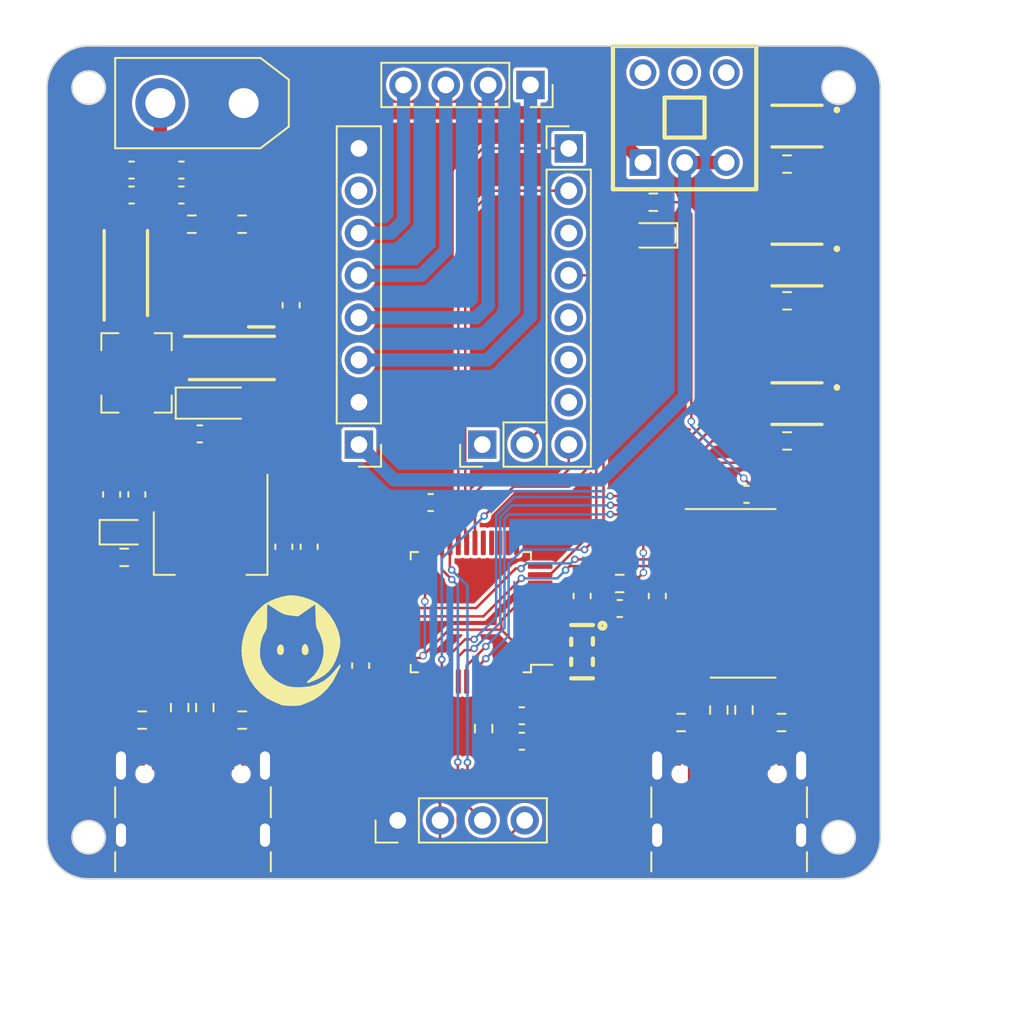
<source format=kicad_pcb>
(kicad_pcb (version 20221018) (generator pcbnew)
  (layers (0 "F.Cu" signal) (31 "B.Cu" signal) (34 "B.Paste" user) (35 "F.Paste" user) (36 "B.SilkS" user "B.Silkscreen") (37 "F.SilkS" user "F.Silkscreen") (38 "B.Mask" user) (39 "F.Mask" user) (44 "Edge.Cuts" user))
  (net 0 "")
  (net 1 "+3.3V")
  (net 2 "GND")
  (net 3 "Net-(U1-NRST)")
  (net 4 "Net-(IC1-BOOT)")
  (net 5 "VCC")
  (net 6 "+5V")
  (net 7 "/LED")
  (net 8 "Net-(D4-A)")
  (net 11 "Net-(IC1-VSENSE)")
  (net 13 "/OA2")
  (net 14 "/OA1")
  (net 15 "/OB1")
  (net 16 "/OB2")
  (net 17 "/Driver_DIR")
  (net 18 "/Driver_STP")
  (net 19 "/USART2_TX")
  (net 21 "/Driver_EN")
  (net 22 "/Driver_Diag")
  (net 23 "/OLED_SCL")
  (net 24 "/OLED_SDA")
  (net 25 "Net-(U1-PD1)")
  (net 26 "Net-(U1-PD0)")
  (net 27 "Net-(U1-BOOT0)")
  (net 28 "/KEY_1")
  (net 29 "/KEY_2")
  (net 30 "/KEY_3")
  (net 35 "/USART2_RX")
  (net 46 "/USART1_TX")
  (net 47 "/USART1_RX")
  (net 48 "/USB1_DN")
  (net 49 "/USB1_DP")
  (net 55 "Net-(U2-V3)")
  (net 56 "Net-(D2-K)")
  (net 57 "Net-(D1-A)")
  (net 63 "Net-(J5-CC1)")
  (net 64 "Net-(J5-D+-PadA6)")
  (net 65 "Net-(J5-D--PadA7)")
  (net 67 "Net-(J5-CC2)")
  (net 69 "Net-(J6-CC1)")
  (net 70 "Net-(J6-D+-PadA6)")
  (net 71 "Net-(J6-D--PadA7)")
  (net 73 "Net-(J6-CC2)")
  (net 75 "/USB_UART_DN")
  (net 76 "/USB_UART_DP")
  (net 86 "Net-(D3-K)")
  (footprint "Connector_USB:USB_C_Receptacle_GCT_USB4105-xx-A_16P_TopMnt_Horizontal" (layer "F.Cu") (at 84.6 85.75)
    (fp_text reference "J6" hide)
    (fp_text value "USB_C_Receptacle" hide)
  )
  (footprint "Package_QFP:LQFP-48_7x7mm_P0.5mm" (layer "F.Cu") (at 101.27 73.44 180)
    (fp_text reference "U1" hide)
    (fp_text value "STM32F103C8Tx" hide)
  )
  (footprint "Inductor_SMD:L_Bourns-SRN4018" (layer "F.Cu") (at 81.212 59.075 -90)
    (fp_text reference "L1" hide)
    (fp_text value "15uH" hide)
  )
  (footprint "Resistor_SMD:R_0603_1608Metric" (layer "F.Cu") (at 120.245 54.75 180)
    (fp_text reference "R6" hide)
    (fp_text value "10K" hide)
  )
  (footprint "Capacitor_SMD:C_0603_1608Metric" (layer "F.Cu") (at 80.915 46.9 180)
    (fp_text reference "C11" hide)
    (fp_text value "4.7uF" hide)
  )
  (footprint "Capacitor_Tantalum_SMD:CP_EIA-3216-10_Kemet-I" (layer "F.Cu") (at 85.875 60.89)
    (fp_text reference "C12" hide)
    (fp_text value "470uF" hide)
  )
  (footprint "Capacitor_SMD:C_0603_1608Metric" (layer "F.Cu") (at 90.49 55.015 90)
    (fp_text reference "C9" hide)
    (fp_text value "0.1uF" hide)
  )
  (footprint "SamacSys_Parts:DIOM5126X245N" (layer "F.Cu") (at 86.93 58.18)
    (fp_text reference "D2" hide)
    (fp_text value "SS54" hide)
  )
  (footprint "SamacSys_Parts:SOIC127P600X170-9N" (layer "F.Cu") (at 85.982 53.735 180)
    (fp_text reference "IC1" hide)
    (fp_text value "TPS5450DDAR" hide)
  )
  (footprint "SamacSys_Parts:CSTCE12M0G55-R0" (layer "F.Cu") (at 107.94443 75.81257 -90)
    (fp_text reference "R2" hide)
    (fp_text value "CSTCE8M00G55-R0" hide)
  )
  (footprint "Connector_PinHeader_2.54mm:PinHeader_1x04_P2.54mm_Vertical" (layer "F.Cu") (at 96.885 85.94 90)
    (fp_text reference "J4" hide)
    (fp_text value "Conn_01x04_Socket" hide)
  )
  (footprint "LED_SMD:LED_0603_1608Metric" (layer "F.Cu") (at 80.4825 68.64)
    (fp_text reference "D4" hide)
    (fp_text value "Power_LED" hide)
  )
  (footprint "Resistor_SMD:R_0603_1608Metric" (layer "F.Cu") (at 119.915 80.065 180)
    (fp_text reference "R11" hide)
    (fp_text value "5K1" hide)
  )
  (footprint "Capacitor_SMD:C_0603_1608Metric" (layer "F.Cu") (at 83.905 46.9)
    (fp_text reference "C13" hide)
    (fp_text value "4.7uF" hide)
  )
  (footprint "Resistor_SMD:R_0603_1608Metric" (layer "F.Cu") (at 84.53 50.15)
    (fp_text reference "R9" hide)
    (fp_text value "3.16K" hide)
  )
  (footprint "Resistor_SMD:R_0603_1608Metric" (layer "F.Cu") (at 116.15 79.315 -90)
    (fp_text reference "R12" hide)
    (fp_text value "22R" hide)
  )
  (footprint "Connector_PinSocket_2.54mm:PinSocket_1x04_P2.54mm_Vertical" (layer "F.Cu") (at 104.85 41.79 -90)
    (fp_text reference "J8" hide)
    (fp_text value "Conn_01x04_Socket" hide)
  )
  (footprint "Capacitor_SMD:C_0603_1608Metric" (layer "F.Cu") (at 79.72 66.37 -90)
    (fp_text reference "C16" hide)
    (fp_text value "10uF" hide)
  )
  (footprint "SamacSys_Parts:B3U-1000P" (layer "F.Cu") (at 120.84 60.92)
    (fp_text reference "S3" hide)
    (fp_text value "B3U-1000P" hide)
  )
  (footprint "Resistor_SMD:R_0603_1608Metric" (layer "F.Cu") (at 102.04 80.425 90)
    (fp_text reference "R3" hide)
    (fp_text value "22R" hide)
  )
  (footprint "Capacitor_SMD:C_0603_1608Metric" (layer "F.Cu") (at 81.23 66.37 -90)
    (fp_text reference "C17" hide)
    (fp_text value "10uF" hide)
  )
  (footprint "Userlib:SW-TH_6P-L8.6-W8.6-P2.50-LS5.4" (layer "F.Cu") (at 114.0965 43.749)
    (fp_text reference "SW1" hide)
    (fp_text value "XKB8585-Z-190" hide)
  )
  (footprint "SamacSys_Parts:DIOM5126X245N" (layer "F.Cu") (at 80.57 53.08 90)
    (fp_text reference "D3" hide)
    (fp_text value "SS54" hide)
  )
  (footprint "SamacSys_Parts:B3U-1000P" (layer "F.Cu") (at 120.84 52.6)
    (fp_text reference "S2" hide)
    (fp_text value "B3U-1000P" hide)
  )
  (footprint "Resistor_SMD:R_0603_1608Metric" (layer "F.Cu") (at 110.205 71.72 180)
    (fp_text reference "R1" hide)
    (fp_text value "10K" hide)
  )
  (footprint "Resistor_SMD:R_0603_1608Metric" (layer "F.Cu") (at 81.55 79.92)
    (fp_text reference "R15" hide)
    (fp_text value "5K1" hide)
  )
  (footprint "LED_SMD:LED_0603_1608Metric" (layer "F.Cu") (at 112.18 50.82 180)
    (fp_text reference "D1" hide)
    (fp_text value "Power_LED" hide)
  )
  (footprint "Resistor_SMD:R_0603_1608Metric" (layer "F.Cu") (at 80.47 70.15 180)
    (fp_text reference "R14" hide)
    (fp_text value "10K" hide)
  )
  (footprint "Capacitor_SMD:C_0603_1608Metric" (layer "F.Cu") (at 110.205 73.22)
    (fp_text reference "C4" hide)
    (fp_text value "0.1uF" hide)
  )
  (footprint "Connector_PinHeader_2.54mm:PinHeader_1x02_P2.54mm_Vertical" (layer "F.Cu") (at 101.96 63.38 90)
    (fp_text reference "J3" hide)
    (fp_text value "Conn_01x02_Pin" hide)
  )
  (footprint "Connector_USB:USB_C_Receptacle_GCT_USB4105-xx-A_16P_TopMnt_Horizontal" (layer "F.Cu") (at 116.77 85.75)
    (fp_text reference "J5" hide)
    (fp_text value "USB_C_Receptacle" hide)
  )
  (footprint "Capacitor_SMD:C_0603_1608Metric" (layer "F.Cu") (at 107.95 72.47 -90)
    (fp_text reference "C3" hide)
    (fp_text value "0.1uF" hide)
  )
  (footprint "Capacitor_SMD:C_0603_1608Metric" (layer "F.Cu") (at 91.57 69.51 90)
    (fp_text reference "C18" hide)
    (fp_text value "10uF" hide)
  )
  (footprint "Connector_PinHeader_2.54mm:PinHeader_1x08_P2.54mm_Vertical" (layer "F.Cu") (at 94.555 63.38 180)
    (fp_text reference "J1" hide)
    (fp_text value "Conn_01x08_Pin" hide)
  )
  (footprint "Capacitor_SMD:C_0603_1608Metric" (layer "F.Cu") (at 117.815 66.37 180)
    (fp_text reference "C8" hide)
    (fp_text value "0.1uF" hide)
  )
  (footprint "Connector_PinHeader_2.54mm:PinHeader_1x08_P2.54mm_Vertical" (layer "F.Cu") (at 107.145 45.6)
    (fp_text reference "J2" hide)
    (fp_text value "Conn_01x08_Pin" hide)
  )
  (footprint "Resistor_SMD:R_0603_1608Metric" (layer "F.Cu") (at 120.245 46.54 180)
    (fp_text reference "R5" hide)
    (fp_text value "10K" hide)
  )
  (footprint "Capacitor_SMD:C_0603_1608Metric" (layer "F.Cu") (at 94.66 76.65 90)
    (fp_text reference "C1" hide)
    (fp_text value "0.1uF" hide)
  )
  (footprint "Resistor_SMD:R_0603_1608Metric" (layer "F.Cu") (at 87.555 79.92 180)
    (fp_text reference "R16" hide)
    (fp_text value "5K1" hide)
  )
  (footprint "Userlib:Logo_Meng" (layer "F.Cu") (at 90.5 75.41)
    (fp_text reference "G***" hide)
    (fp_text value "LOGO" hide)
  )
  (footprint "Resistor_SMD:R_0603_1608Metric" (layer "F.Cu") (at 83.8 79.17 -90)
    (fp_text reference "R17" hide)
    (fp_text value "22R" hide)
  )
  (footprint "Resistor_SMD:R_0603_1608Metric" (layer "F.Cu") (at 112.22 48.83 180)
    (fp_text reference "R4" hide)
    (fp_text value "10K" hide)
  )
  (footprint "Capacitor_SMD:C_0603_1608Metric" (layer "F.Cu") (at 112.46 72.47 90)
    (fp_text reference "C7" hide)
    (fp_text value "0.1uF" hide)
  )
  (footprint "Capacitor_SMD:C_0603_1608Metric" (layer "F.Cu") (at 104.33 81.19 180)
    (fp_text reference "C6" hide)
    (fp_text value "1uF" hide)
  )
  (footprint "Package_SO:SOIC-16_3.9x9.9mm_P1.27mm" (layer "F.Cu") (at 117.61 72.31)
    (fp_text reference "U2" hide)
    (fp_text value "CH340C" hide)
  )
  (footprint "Capacitor_SMD:C_0603_1608Metric" (layer "F.Cu") (at 104.33 79.66 180)
    (fp_text reference "C2" hide)
    (fp_text value "0.1uF" hide)
  )
  (footprint "Capacitor_SMD:C_0603_1608Metric" (layer "F.Cu") (at 80.915 48.3975 180)
    (fp_text reference "C15" hide)
    (fp_text value "4.7uF" hide)
  )
  (footprint "Resistor_SMD:R_0603_1608Metric" (layer "F.Cu") (at 85.31 79.17 -90)
    (fp_text reference "R18" hide)
    (fp_text value "22R" hide)
  )
  (footprint "Resistor_SMD:R_0603_1608Metric" (layer "F.Cu") (at 120.245 63.16 180)
    (fp_text reference "R7" hide)
    (fp_text value "10K" hide)
  )
  (footprint "Capacitor_SMD:C_0603_1608Metric" (layer "F.Cu") (at 85.01 62.74)
    (fp_text reference "C10" hide)
    (fp_text value "4.7uF" hide)
  )
  (footprint "Package_TO_SOT_SMD:SOT-223-3_TabPin2" (layer "F.Cu") (at 85.66 69.29 -90)
    (fp_text reference "U3" hide)
    (fp_text value "AMS1117-3.3" hide)
  )
  (footprint "Connector_AMASS:AMASS_XT30UPB-M_1x02_P5.0mm_Vertical" (layer "F.Cu") (at 87.64 42.88 180)
    (fp_text reference "J7" hide)
    (fp_text value "Conn_01x02_Pin" hide)
  )
  (footprint "Capacitor_SMD:C_0603_1608Metric" (layer "F.Cu") (at 98.86 66.86)
    (fp_text reference "C5" hide)
    (fp_text value "0.1uF" hide)
  )
  (footprint "Capacitor_SMD:C_0603_1608Metric" (layer "F.Cu") (at 83.905 48.3975)
    (fp_text reference "C14" hide)
    (fp_text value "4.7uF" hide)
  )
  (footprint "Capacitor_SMD:C_0603_1608Metric" (layer "F.Cu") (at 90.05 69.51 90)
    (fp_text reference "C19" hide)
    (fp_text value "10uF" hide)
  )
  (footprint "Resistor_SMD:R_0603_1608Metric" (layer "F.Cu") (at 87.545 50.15)
    (fp_text reference "R8" hide)
    (fp_text value "10K" hide)
  )
  (footprint "SamacSys_Parts:B3U-1000P" (layer "F.Cu") (at 120.84 44.26)
    (fp_text reference "S1" hide)
    (fp_text value "B3U-1000P" hide)
  )
  (footprint "Resistor_SMD:R_0603_1608Metric" (layer "F.Cu") (at 117.66 79.315 -90)
    (fp_text reference "R13" hide)
    (fp_text value "22R" hide)
  )
  (footprint "Resistor_SMD:R_0603_1608Metric" (layer "F.Cu") (at 113.89 80.065)
    (fp_text reference "R10" hide)
    (fp_text value "5K1" hide)
  )
  (gr_arc (start 78.34 89.45) (mid 76.572233 88.717767) (end 75.84 86.95) (stroke (width 0.1)) (layer "Edge.Cuts"))
  (gr_circle (center 78.34 41.95) (end 79.34 41.95) (stroke (width 0.1)) (fill none) (layer "Edge.Cuts"))
  (gr_line (start 75.84 86.95) (end 75.84 41.95) (stroke (width 0.1)) (layer "Edge.Cuts"))
  (gr_arc (start 125.84 86.95) (mid 125.107767 88.717767) (end 123.34 89.45) (stroke (width 0.1)) (layer "Edge.Cuts"))
  (gr_circle (center 123.34 41.95) (end 124.34 41.95) (stroke (width 0.1)) (fill none) (layer "Edge.Cuts"))
  (gr_line (start 78.34 39.45) (end 123.34 39.45) (stroke (width 0.1)) (layer "Edge.Cuts"))
  (gr_circle (center 123.34 86.95) (end 124.34 86.95) (stroke (width 0.1)) (fill none) (layer "Edge.Cuts"))
  (gr_line (start 125.84 41.95) (end 125.84 86.95) (stroke (width 0.1)) (layer "Edge.Cuts"))
  (gr_arc (start 123.34 39.45) (mid 125.107767 40.182233) (end 125.84 41.95) (stroke (width 0.1)) (layer "Edge.Cuts"))
  (gr_line (start 123.34 89.45) (end 78.34 89.45) (stroke (width 0.1)) (layer "Edge.Cuts"))
  (gr_circle (center 78.34 86.95) (end 79.34 86.95) (stroke (width 0.1)) (fill none) (layer "Edge.Cuts"))
  (gr_arc (start 75.84 41.95) (mid 76.572233 40.182233) (end 78.34 39.45) (stroke (width 0.1)) (layer "Edge.Cuts"))
  (segment (start 107.455 72.19) (end 105.4325 72.19) (width 0.15) (layer "F.Cu") (net 1))
  (segment (start 90.05 70.285) (end 85.675 70.285) (width 0.8) (layer "F.Cu") (net 1))
  (segment (start 85.66 70.3) (end 85.66 72.44) (width 0.8) (layer "F.Cu") (net 1))
  (segment (start 108.625 71.02) (end 110.33 71.02) (width 0.15) (layer "F.Cu") (net 1))
  (segment (start 120.3 64.47) (end 121.07 63.7) (width 0.15) (layer "F.Cu") (net 1))
  (segment (start 85.66 66.14) (end 85.66 70.3) (width 0.8) (layer "F.Cu") (net 1))
  (segment (start 98.52 67.295) (end 98.52 69.2775) (width 0.15) (layer "F.Cu") (net 1))
  (segment (start 105.4325 72.19) (end 104.841447 72.19) (width 0.15) (layer "F.Cu") (net 1))
  (segment (start 105.105 79.66) (end 104.02 78.575) (width 0.15) (layer "F.Cu") (net 1))
  (segment (start 93.1 70.29) (end 91.575 70.29) (width 0.15) (layer "F.Cu") (net 1))
  (segment (start 98.52 72.7805) (end 98.51 72.7905) (width 0.15) (layer "F.Cu") (net 1))
  (segment (start 85.675 70.285) (end 85.66 70.3) (width 0.8) (layer "F.Cu") (net 1))
  (segment (start 121.07 63.7) (end 121.07 63.16) (width 0.15) (layer "F.Cu") (net 1))
  (segment (start 111.03 71.72) (end 111.03 71.6695) (width 0.15) (layer "F.Cu") (net 1))
  (segment (start 111.03 71.6695) (end 111.63 71.0695) (width 0.15) (layer "F.Cu") (net 1))
  (segment (start 121.07 54.75) (end 121.07 46.54) (width 0.15) (layer "F.Cu") (net 1))
  (segment (start 107.95 71.695) (end 107.455 72.19) (width 0.15) (layer "F.Cu") (net 1))
  (segment (start 94.66 77.425) (end 95.895 76.19) (width 0.15) (layer "F.Cu") (net 1))
  (segment (start 110.33 71.02) (end 111.03 71.72) (width 0.15) (layer "F.Cu") (net 1))
  (segment (start 98.4 76.05) (end 99.96 74.49) (width 0.15) (layer "F.Cu") (net 1))
  (segment (start 104.02 76.24) (end 105.3825 76.24) (width 0.15) (layer "F.Cu") (net 1))
  (segment (start 115.35 64.47) (end 120.3 64.47) (width 0.15) (layer "F.Cu") (net 1))
  (segment (start 121.07 63.16) (end 121.07 54.75) (width 0.15) (layer "F.Cu") (net 1))
  (segment (start 105.3825 76.24) (end 105.4325 76.19) (width 0.15) (layer "F.Cu") (net 1))
  (segment (start 104.841447 72.19) (end 103.1 73.931447) (width 0.15) (layer "F.Cu") (net 1))
  (segment (start 111.62 69.87) (end 111.62 68.2) (width 0.15) (layer "F.Cu") (net 1))
  (segment (start 98.52 69.2775) (end 94.1125 69.2775) (width 0.15) (layer "F.Cu") (net 1))
  (segment (start 103.1 74.49) (end 104.02 75.41) (width 0.15) (layer "F.Cu") (net 1))
  (segment (start 91.575 70.29) (end 91.57 70.285) (width 0.15) (layer "F.Cu") (net 1))
  (segment (start 105.105 81.19) (end 105.105 79.66) (width 0.15) (layer "F.Cu") (net 1))
  (segment (start 98.26 76.19) (end 98.4 76.05) (width 0.15) (layer "F.Cu") (net 1))
  (segment (start 111.62 68.2) (end 115.35 64.47) (width 0.15) (layer "F.Cu") (net 1))
  (segment (start 95.895 76.19) (end 97.1075 76.19) (width 0.15) (layer "F.Cu") (net 1))
  (segment (start 98.52 69.2775) (end 98.52 72.7805) (width 0.15) (layer "F.Cu") (net 1))
  (segment (start 98.085 66.86) (end 98.52 67.295) (width 0.15) (layer "F.Cu") (net 1))
  (segment (start 103.1 73.931447) (end 103.1 74.49) (width 0.15) (layer "F.Cu") (net 1))
  (segment (start 99.96 74.49) (end 103.1 74.49) (width 0.15) (layer "F.Cu") (net 1))
  (segment (start 97.1075 76.19) (end 98.26 76.19) (width 0.15) (layer "F.Cu") (net 1))
  (segment (start 94.1125 69.2775) (end 93.1 70.29) (width 0.15) (layer "F.Cu") (net 1))
  (segment (start 104.02 78.575) (end 104.02 77.6025) (width 0.15) (layer "F.Cu") (net 1))
  (segment (start 104.02 76.24) (end 104.02 77.6025) (width 0.15) (layer "F.Cu") (net 1))
  (segment (start 104.02 75.41) (end 104.02 76.24) (width 0.15) (layer "F.Cu") (net 1))
  (segment (start 91.57 70.285) (end 90.05 70.285) (width 0.8) (layer "F.Cu") (net 1))
  (segment (start 107.95 71.695) (end 108.625 71.02) (width 0.15) (layer "F.Cu") (net 1))
  (via (at 98.4 76.05) (size 0.45) (drill 0.3) (layers "F.Cu" "B.Cu") (net 1))
  (via (at 111.63 71.0695) (size 0.45) (drill 0.3) (layers "F.Cu" "B.Cu") (net 1))
  (via (at 111.62 69.87) (size 0.45) (drill 0.3) (layers "F.Cu" "B.Cu") (net 1))
  (via (at 98.51 72.7905) (size 0.45) (drill 0.3) (layers "F.Cu" "B.Cu") (net 1))
  (segment (start 98.51 72.7905) (end 98.51 75.94) (width 0.15) (layer "B.Cu") (net 1))
  (segment (start 98.51 75.94) (end 98.4 76.05) (width 0.15) (layer "B.Cu") (net 1))
  (segment (start 111.63 69.88) (end 111.62 69.87) (width 0.15) (layer "B.Cu") (net 1))
  (segment (start 111.63 71.0695) (end 111.63 69.88) (width 0.15) (layer "B.Cu") (net 1))
  (segment (start 103.555 77.6375) (end 103.52 77.6025) (width 0.15) (layer "F.Cu") (net 2))
  (segment (start 99.02 67.475) (end 99.02 69.2775) (width 0.15) (layer "F.Cu") (net 2))
  (segment (start 103.555 81.19) (end 103.555 79.66) (width 0.15) (layer "F.Cu") (net 2))
  (segment (start 116.63 66.37) (end 115.135 67.865) (width 0.15) (layer "F.Cu") (net 2))
  (segment (start 103.495 81.25) (end 103.555 81.19) (width 0.15) (layer "F.Cu") (net 2))
  (segment (start 99.635 66.86) (end 99.02 67.475) (width 0.15) (layer "F.Cu") (net 2))
  (segment (start 94.66 75.875) (end 94.845 75.69) (width 0.15) (layer "F.Cu") (net 2))
  (segment (start 117.04 66.37) (end 116.63 66.37) (width 0.15) (layer "F.Cu") (net 2))
  (segment (start 105.4325 72.69) (end 107.395 72.69) (width 0.15) (layer "F.Cu") (net 2))
  (segment (start 103.555 79.66) (end 103.555 77.6375) (width 0.15) (layer "F.Cu") (net 2))
  (segment (start 94.845 75.69) (end 97.1075 75.69) (width 0.15) (layer "F.Cu") (net 2))
  (segment (start 102.04 81.25) (end 103.495 81.25) (width 0.15) (layer "F.Cu") (net 2))
  (segment (start 107.395 72.69) (end 107.95 73.245) (width 0.15) (layer "F.Cu") (net 2))
  (segment (start 108.81 74.09) (end 109.43 73.47) (width 0.15) (layer "F.Cu") (net 3))
  (segment (start 109.38 73.17) (end 109.43 73.22) (width 0.15) (layer "F.Cu") (net 3))
  (segment (start 109.38 71.72) (end 109.38 73.17) (width 0.15) (layer "F.Cu") (net 3))
  (segment (start 106.35 73.19) (end 107.25 74.09) (width 0.15) (layer "F.Cu") (net 3))
  (segment (start 107.25 74.09) (end 108.81 74.09) (width 0.15) (layer "F.Cu") (net 3))
  (segment (start 109.43 73.47) (end 109.43 73.22) (width 0.15) (layer "F.Cu") (net 3))
  (segment (start 105.4325 73.19) (end 106.35 73.19) (width 0.15) (layer "F.Cu") (net 3))
  (segment (start 90.49 54.24) (end 89.09 55.64) (width 0.3) (layer "F.Cu") (net 4))
  (segment (start 89.09 55.64) (end 88.694 55.64) (width 0.3) (layer "F.Cu") (net 4))
  (segment (start 114.0965 46.449) (end 116.5965 46.449) (width 0.8) (layer "F.Cu") (net 5))
  (segment (start 114.0965 60.4935) (end 109.09 65.5) (width 0.8) (layer "B.Cu") (net 5))
  (segment (start 96.675 65.5) (end 94.555 63.38) (width 0.8) (layer "B.Cu") (net 5))
  (segment (start 114.0965 46.449) (end 114.0965 60.4935) (width 0.8) (layer "B.Cu") (net 5))
  (segment (start 109.09 65.5) (end 96.675 65.5) (width 0.8) (layer "B.Cu") (net 5))
  (segment (start 114.37 82.795) (end 115.215 83.64) (width 0.15) (layer "F.Cu") (net 6))
  (segment (start 100.26 88.14) (end 108.19 88.14) (width 0.15) (layer "F.Cu") (net 6))
  (segment (start 120.09 67.86) (end 121.34 67.86) (width 0.15) (layer "F.Cu") (net 6))
  (segment (start 83.36 69.68) (end 83.36 66.14) (width 0.2) (layer "F.Cu") (net 6))
  (segment (start 81.212 60.6) (end 84.235 60.6) (width 0.8) (layer "F.Cu") (net 6))
  (segment (start 115.215 83.64) (end 118.325 83.64) (width 0.15) (layer "F.Cu") (net 6))
  (segment (start 81.23 65.595) (end 82.815 65.595) (width 0.8) (layer "F.Cu") (net 6))
  (segment (start 119.17 82.795) (end 119.17 82.07) (width 0.15) (layer "F.Cu") (net 6))
  (segment (start 85.535 59.88) (end 84.525 60.89) (width 0.15) (layer "F.Cu") (net 6))
  (segment (start 118.59 66.37) (end 118.59 66.34) (width 0.15) (layer "F.Cu") (net 6))
  (segment (start 119.93 80.89) (end 119.17 81.65) (width 0.15) (layer "F.Cu") (net 6))
  (segment (start 109.63 85.43) (end 113.82 85.43) (width 0.15) (layer "F.Cu") (net 6))
  (segment (start 121.72 78.34) (end 121.43 78.63) (width 0.15) (layer "F.Cu") (net 6))
  (segment (start 82.2 82.07) (end 82.2 82.795) (width 0.15) (layer "F.Cu") (net 6))
  (segment (start 79.72 65.595) (end 81.23 65.595) (width 0.8) (layer "F.Cu") (net 6))
  (segment (start 114.5 49.54) (end 113.79 48.83) (width 0.15) (layer "F.Cu") (net 6))
  (segment (start 82.815 65.595) (end 83.36 66.14) (width 0.8) (layer "F.Cu") (net 6))
  (segment (start 89.9 59.88) (end 85.535 59.88) (width 0.15) (layer "F.Cu") (net 6))
  (segment (start 99.425 84.945) (end 99.425 85.94) (width 0.15) (layer "F.Cu") (net 6))
  (segment (start 114.37 84.88) (end 114.37 82.07) (width 0.15) (layer "F.Cu") (net 6))
  (segment (start 81.53 80.69) (end 81.53 70.385) (width 0.15) (layer "F.Cu") (net 6))
  (segment (start 91.61 58.17) (end 89.9 59.88) (width 0.15) (layer "F.Cu") (net 6))
  (segment (start 94.65 85.1) (end 95.38 84.37) (width 0.15) (layer "F.Cu") (net 6))
  (segment (start 98.85 84.37) (end 99.425 84.945) (width 0.15) (layer "F.Cu") (net 6))
  (segment (start 118.325 83.64) (end 119.17 82.795) (width 0.15) (layer "F.Cu") (net 6))
  (segment (start 86.51 83.28) (end 87 82.79) (width 0.15) (layer "F.Cu") (net 6))
  (segment (start 99.425 85.94) (end 99.425 87.305) (width 0.15) (layer "F.Cu") (net 6))
  (segment (start 84.525 60.89) (end 84.525 62.45) (width 0.8) (layer "F.Cu") (net 6))
  (segment (start 121.43 78.63) (end 120.46 78.63) (width 0.15) (layer "F.Cu") (net 6))
  (segment (start 114.5 61.99) (end 114.5 49.54) (width 0.15) (layer "F.Cu") (net 6))
  (segment (start 120.46 78.63) (end 119.93 79.16) (width 0.15) (layer "F.Cu") (net 6))
  (segment (start 108.99 86.07) (end 109.63 85.43) (width 0.15) (layer "F.Cu") (net 6))
  (segment (start 119.17 81.65) (end 119.17 82.07) (width 0.15) (layer "F.Cu") (net 6))
  (segment (start 88.37 50.15) (end 89.74 50.15) (width 0.15) (layer "F.Cu") (net 6))
  (segment (start 83.36 64.85) (end 83.36 66.14) (width 0.8) (layer "F.Cu") (net 6))
  (segment (start 87 82.79) (end 87 82.07) (width 0.15) (layer "F.Cu") (net 6))
  (segment (start 91.61 52.02) (end 91.61 58.17) (width 0.15) (layer "F.Cu") (net 6))
  (segment (start 89.74 50.15) (end 91.61 52.02) (width 0.15) (layer "F.Cu") (net 6))
  (segment (start 84.235 63.975) (end 83.36 64.85) (width 0.8) (layer "F.Cu") (net 6))
  (segment (start 82.2 82.07) (end 82.2 81.36) (width 0.15) (layer "F.Cu") (net 6))
  (segment (start 108.19 88.14) (end 108.99 87.34) (width 0.15) (layer "F.Cu") (net 6))
  (segment (start 120.085 67.865) (end 120.09 67.86) (width 0.15) (layer "F.Cu") (net 6))
  (segment (start 119.93 79.16) (end 119.93 80.89) (width 0.15) (layer "F.Cu") (net 6))
  (segment (start 84.235 60.6) (end 84.525 60.89) (width 0.8) (layer "F.Cu") (net 6))
  (segment (start 87.18 85.1) (end 94.65 85.1) (width 0.15) (layer "F.Cu") (net 6))
  (segment (start 113.79 48.83) (end 113.045 48.83) (width 0.15) (layer "F.Cu") (net 6))
  (segment (start 99.425 87.305) (end 100.26 88.14) (width 0.15) (layer "F.Cu") (net 6))
  (segment (start 84.235 62.74) (end 84.235 63.975) (width 0.8) (layer "F.Cu") (net 6))
  (segment (start 86.51 84.43) (end 87.18 85.1) (width 0.15) (layer "F.Cu") (net 6))
  (segment (start 82.685 83.28) (end 86.51 83.28) (width 0.15) (layer "F.Cu") (net 6))
  (segment (start 118.59 66.37) (end 120.085 67.865) (width 0.15) (layer "F.Cu") (net 6))
  (segment (start 121.34 67.86) (end 121.72 68.24) (width 0.15) (layer "F.Cu") (net 6))
  (segment (start 81.53 70.385) (end 81.295 70.15) (width 0.15) (layer "F.Cu") (net 6))
  (segment (start 86.51 83.28) (end 86.51 84.43) (width 0.15) (layer "F.Cu") (net 6))
  (segment (start 82.2 81.36) (end 81.53 80.69) (width 0.15) (layer "F.Cu") (net 6))
  (segment (start 118.59 66.34) (end 117.65 65.4) (width 0.15) (layer "F.Cu") (net 6))
  (segment (start 82.89 70.15) (end 83.36 69.68) (width 0.2) (layer "F.Cu") (net 6))
  (segment (start 95.38 84.37) (end 98.85 84.37) (width 0.15) (layer "F.Cu") (net 6))
  (segment (start 121.72 68.24) (end 121.72 78.34) (width 0.15) (layer "F.Cu") (net 6))
  (segment (start 84.525 62.45) (end 84.235 62.74) (width 0.8) (layer "F.Cu") (net 6))
  (segment (start 114.37 82.07) (end 114.37 82.795) (width 0.15) (layer "F.Cu") (net 6))
  (segment (start 81.295 70.15) (end 82.89 70.15) (width 0.2) (layer "F.Cu") (net 6))
  (segment (start 113.82 85.43) (end 114.37 84.88) (width 0.15) (layer "F.Cu") (net 6))
  (segment (start 82.2 82.795) (end 82.685 83.28) (width 0.15) (layer "F.Cu") (net 6))
  (segment (start 108.99 87.34) (end 108.99 86.07) (width 0.15) (layer "F.Cu") (net 6))
  (via (at 117.65 65.4) (size 0.45) (drill 0.3) (layers "F.Cu" "B.Cu") (net 6))
  (via (at 114.5 61.99) (size 0.45) (drill 0.3) (layers "F.Cu" "B.Cu") (net 6))
  (segment (start 114.5 62.25) (end 114.5 61.99) (width 0.15) (layer "B.Cu") (net 6))
  (segment (start 117.65 65.4) (end 114.5 62.25) (width 0.15) (layer "B.Cu") (net 6))
  (segment (start 112.9675 50.82) (end 109.23 54.5575) (width 0.15) (layer "F.Cu") (net 7))
  (segment (start 101.52 76.88) (end 101.52 77.6025) (width 0.15) (layer "F.Cu") (net 7))
  (segment (start 109.23 54.5575) (end 109.23 68.548532) (width 0.15) (layer "F.Cu") (net 7))
  (segment (start 102.17 76.23) (end 101.52 76.88) (width 0.15) (layer "F.Cu") (net 7))
  (segment (start 109.23 68.548532) (end 108.094266 69.684266) (width 0.15) (layer "F.Cu") (net 7))
  (via (at 102.17 76.23) (size 0.45) (drill 0.25) (layers "F.Cu" "B.Cu") (net 7))
  (via (at 108.094266 69.684266) (size 0.45) (drill 0.25) (layers "F.Cu" "B.Cu") (net 7))
  (segment (start 108.094266 69.684266) (end 104.385734 69.684266) (width 0.15) (layer "B.Cu") (net 7))
  (segment (start 103.54 74.86) (end 102.17 76.23) (width 0.15) (layer "B.Cu") (net 7))
  (segment (start 104.385734 69.684266) (end 103.54 70.53) (width 0.15) (layer "B.Cu") (net 7))
  (segment (start 103.54 70.53) (end 103.54 70.63) (width 0.15) (layer "B.Cu") (net 7))
  (segment (start 103.54 70.63) (end 103.54 74.86) (width 0.15) (layer "B.Cu") (net 7))
  (segment (start 79.645 70.15) (end 79.76 70.15) (width 0.2) (layer "F.Cu") (net 8))
  (segment (start 79.76 70.15) (end 81.27 68.64) (width 0.2) (layer "F.Cu") (net 8))
  (segment (start 86.72 50.15) (end 87.014 50.15) (width 0.3) (layer "F.Cu") (net 11))
  (segment (start 87.014 50.15) (end 88.694 51.83) (width 0.3) (layer "F.Cu") (net 11))
  (segment (start 85.355 50.15) (end 86.72 50.15) (width 0.3) (layer "F.Cu") (net 11))
  (segment (start 102.26 58.3) (end 94.555 58.3) (width 0.8) (layer "B.Cu") (net 13))
  (segment (start 104.85 55.71) (end 102.26 58.3) (width 0.8) (layer "B.Cu") (net 13))
  (segment (start 104.85 41.79) (end 104.85 55.71) (width 0.8) (layer "B.Cu") (net 13))
  (segment (start 102.31 55.04) (end 101.59 55.76) (width 0.8) (layer "B.Cu") (net 14))
  (segment (start 101.59 55.76) (end 94.555 55.76) (width 0.8) (layer "B.Cu") (net 14))
  (segment (start 102.31 41.79) (end 102.31 55.04) (width 0.8) (layer "B.Cu") (net 14))
  (segment (start 99.77 51.73) (end 98.28 53.22) (width 0.8) (layer "B.Cu") (net 15))
  (segment (start 99.77 41.79) (end 99.77 51.73) (width 0.8) (layer "B.Cu") (net 15))
  (segment (start 98.28 53.22) (end 94.555 53.22) (width 0.8) (layer "B.Cu") (net 15))
  (segment (start 97.23 41.79) (end 97.23 49.93) (width 0.8) (layer "B.Cu") (net 16))
  (segment (start 97.23 49.93) (end 96.48 50.68) (width 0.8) (layer "B.Cu") (net 16))
  (segment (start 96.48 50.68) (end 94.555 50.68) (width 0.8) (layer "B.Cu") (net 16))
  (segment (start 100.52 69.2775) (end 100.52 47.05) (width 0.15) (layer "F.Cu") (net 17))
  (segment (start 100.52 47.05) (end 101.97 45.6) (width 0.15) (layer "F.Cu") (net 17))
  (segment (start 101.97 45.6) (end 107.145 45.6) (width 0.15) (layer "F.Cu") (net 17))
  (segment (start 100.935 69.1925) (end 100.935 49.775) (width 0.15) (layer "F.Cu") (net 18))
  (segment (start 102.57 48.14) (end 107.145 48.14) (width 0.15) (layer "F.Cu") (net 18))
  (segment (start 101.02 69.2775) (end 100.935 69.1925) (width 0.15) (layer "F.Cu") (net 18))
  (segment (start 100.935 49.775) (end 102.57 48.14) (width 0.15) (layer "F.Cu") (net 18))
  (segment (start 106.023553 71.19) (end 108.8 68.413553) (width 0.15) (layer "F.Cu") (net 19))
  (segment (start 105.4325 71.19) (end 106.023553 71.19) (width 0.15) (layer "F.Cu") (net 19))
  (segment (start 108.32 53.22) (end 107.145 53.22) (width 0.15) (layer "F.Cu") (net 19))
  (segment (start 108.8 68.413553) (end 108.8 53.7) (width 0.15) (layer "F.Cu") (net 19))
  (segment (start 108.8 53.7) (end 108.32 53.22) (width 0.15) (layer "F.Cu") (net 19))
  (segment (start 107.145 64.865) (end 107.145 63.38) (width 0.15) (layer "F.Cu") (net 21))
  (segment (start 107.145 62.895) (end 107.145 63.38) (width 0.15) (layer "F.Cu") (net 21))
  (segment (start 106.54 65.47) (end 107.145 64.865) (width 0.15) (layer "F.Cu") (net 21))
  (segment (start 102.32 65.47) (end 106.54 65.47) (width 0.15) (layer "F.Cu") (net 21))
  (segment (start 101.52 66.27) (end 102.32 65.47) (width 0.15) (layer "F.Cu") (net 21))
  (segment (start 101.52 69.2775) (end 101.52 66.27) (width 0.15) (layer "F.Cu") (net 21))
  (segment (start 105.8 62.08) (end 104.5 63.38) (width 0.15) (layer "F.Cu") (net 22))
  (segment (start 99.53 76.28) (end 99.53 77.5925) (width 0.15) (layer "F.Cu") (net 22))
  (segment (start 107.87 62.08) (end 105.8 62.08) (width 0.15) (layer "F.Cu") (net 22))
  (segment (start 108.32 62.53) (end 107.87 62.08) (width 0.15) (layer "F.Cu") (net 22))
  (segment (start 99.53 77.5925) (end 99.52 77.6025) (width 0.15) (layer "F.Cu") (net 22))
  (segment (start 104.5 63.38) (end 104.5 64.16) (width 0.15) (layer "F.Cu") (net 22))
  (segment (start 107.17 65.9) (end 108.32 64.75) (width 0.15) (layer "F.Cu") (net 22))
  (segment (start 108.32 64.75) (end 108.32 62.53) (width 0.15) (layer "F.Cu") (net 22))
  (segment (start 103.84 65.9) (end 107.17 65.9) (width 0.15) (layer "F.Cu") (net 22))
  (segment (start 102.07 67.67) (end 103.84 65.9) (width 0.15) (layer "F.Cu") (net 22))
  (via (at 99.53 76.28) (size 0.45) (drill 0.25) (layers "F.Cu" "B.Cu") (net 22))
  (via (at 102.07 67.67) (size 0.45) (drill 0.25) (layers "F.Cu" "B.Cu") (net 22))
  (segment (start 102.07 67.67) (end 99.53 70.21) (width 0.15) (layer "B.Cu") (net 22))
  (segment (start 99.53 70.21) (end 99.53 76.28) (width 0.15) (layer "B.Cu") (net 22))
  (segment (start 101.07 85.045) (end 101.07 82.46) (width 0.15) (layer "F.Cu") (net 23))
  (segment (start 101.965 85.94) (end 101.07 85.045) (width 0.15) (layer "F.Cu") (net 23))
  (segment (start 100.122079 70.907099) (end 100.01 70.79502) (width 0.15) (layer "F.Cu") (net 23))
  (segment (start 100.01 69.2875) (end 100.02 69.2775) (width 0.15) (layer "F.Cu") (net 23))
  (segment (start 100.01 70.79502) (end 100.01 69.2875) (width 0.15) (layer "F.Cu") (net 23))
  (via (at 101.07 82.46) (size 0.45) (drill 0.25) (layers "F.Cu" "B.Cu") (net 23))
  (via (at 100.122079 70.907099) (size 0.45) (drill 0.25) (layers "F.Cu" "B.Cu") (net 23))
  (segment (start 101.07 82.46) (end 101.07 71.85502) (width 0.15) (layer "B.Cu") (net 23))
  (segment (start 101.07 71.85502) (end 100.122079 70.907099) (width 0.15) (layer "B.Cu") (net 23))
  (segment (start 104.505 85.94) (end 103.145 87.3) (width 0.15) (layer "F.Cu") (net 24))
  (segment (start 100.13 71.48) (end 99.52 70.87) (width 0.15) (layer "F.Cu") (net 24))
  (segment (start 103.145 87.3) (end 101.1 87.3) (width 0.15) (layer "F.Cu") (net 24))
  (segment (start 100.49 86.69) (end 100.49 82.44) (width 0.15) (layer "F.Cu") (net 24))
  (segment (start 99.52 70.87) (end 99.52 69.2775) (width 0.15) (layer "F.Cu") (net 24))
  (segment (start 101.1 87.3) (end 100.49 86.69) (width 0.15) (layer "F.Cu") (net 24))
  (via (at 100.49 82.44) (size 0.45) (drill 0.25) (layers "F.Cu" "B.Cu") (net 24))
  (via (at 100.13 71.48) (size 0.45) (drill 0.25) (layers "F.Cu" "B.Cu") (net 24))
  (segment (start 100.49 82.44) (end 100.49 71.84) (width 0.15) (layer "B.Cu") (net 24))
  (segment (start 100.49 71.84) (end 100.13 71.48) (width 0.15) (layer "B.Cu") (net 24))
  (segment (start 106.2 73.69) (end 105.4325 73.69) (width 0.15) (layer "F.Cu") (net 25))
  (segment (start 107.12257 74.61257) (end 106.2 73.69) (width 0.15) (layer "F.Cu") (net 25))
  (segment (start 107.94443 74.61257) (end 107.12257 74.61257) (width 0.15) (layer "F.Cu") (net 25))
  (segment (start 106.21 74.19) (end 105.4325 74.19) (width 0.15) (layer "F.Cu") (net 26))
  (segment (start 107.94443 77.01257) (end 107.09443 77.01257) (width 0.15) (layer "F.Cu") (net 26))
  (segment (start 107.09443 77.01257) (end 106.58 76.49814) (width 0.15) (layer "F.Cu") (net 26))
  (segment (start 106.58 74.56) (end 106.21 74.19) (width 0.15) (layer "F.Cu") (net 26))
  (segment (start 106.58 76.49814) (end 106.58 74.56) (width 0.15) (layer "F.Cu") (net 26))
  (segment (start 102.04 79.6) (end 102.04 77.6225) (width 0.15) (layer "F.Cu") (net 27))
  (segment (start 102.04 77.6225) (end 102.02 77.6025) (width 0.15) (layer "F.Cu") (net 27))
  (segment (start 100.56 75.44) (end 100.93 75.07) (width 0.15) (layer "F.Cu") (net 28))
  (segment (start 100.02 75.98) (end 100.56 75.44) (width 0.15) (layer "F.Cu") (net 28))
  (segment (start 119.42 46.54) (end 119.14 46.26) (width 0.15) (layer "F.Cu") (net 28))
  (segment (start 110.89 66.47) (end 115.13 62.23) (width 0.15) (layer "F.Cu") (net 28))
  (segment (start 100.93 75.07) (end 101.4695 75.07) (width 0.15) (layer "F.Cu") (net 28))
  (segment (start 115.13 50.83) (end 119.42 46.54) (width 0.15) (layer "F.Cu") (net 28))
  (segment (start 115.13 62.23) (end 115.13 50.83) (width 0.15) (layer "F.Cu") (net 28))
  (segment (start 109.63 66.47) (end 110.89 66.47) (width 0.15) (layer "F.Cu") (net 28))
  (segment (start 100.02 77.6025) (end 100.02 75.98) (width 0.15) (layer "F.Cu") (net 28))
  (segment (start 119.14 46.26) (end 119.14 44.26) (width 0.15) (layer "F.Cu") (net 28))
  (via (at 101.4695 75.07) (size 0.45) (drill 0.25) (layers "F.Cu" "B.Cu") (net 28))
  (via (at 109.63 66.47) (size 0.45) (drill 0.25) (layers "F.Cu" "B.Cu") (net 28))
  (segment (start 102.79 67.62) (end 102.79 73.7495) (width 0.15) (layer "B.Cu") (net 28))
  (segment (start 109.63 66.47) (end 109.57 66.53) (width 0.15) (layer "B.Cu") (net 28))
  (segment (start 103.88 66.53) (end 102.79 67.62) (width 0.15) (layer "B.Cu") (net 28))
  (segment (start 109.57 66.53) (end 103.88 66.53) (width 0.15) (layer "B.Cu") (net 28))
  (segment (start 102.79 73.7495) (end 101.4695 75.07) (width 0.15) (layer "B.Cu") (net 28))
  (segment (start 115.68 62.45) (end 111.110936 67.019064) (width 0.15) (layer "F.Cu") (net 29))
  (segment (start 115.68 56.27) (end 115.68 62.45) (width 0.15) (layer "F.Cu") (net 29))
  (segment (start 118.1 55.61) (end 116.34 55.61) (width 0.15) (layer "F.Cu") (net 29))
  (segment (start 100.9 75.72) (end 101.3695 75.72) (width 0.15) (layer "F.Cu") (net 29))
  (segment (start 119.42 54.75) (end 119.14 54.47) (width 0.15) (layer "F.Cu") (net 29))
  (segment (start 111.110936 67.019064) (end 109.651963 67.019064) (width 0.15) (layer "F.Cu") (net 29))
  (segment (start 116.34 55.61) (end 115.68 56.27) (width 0.15) (layer "F.Cu") (net 29))
  (segment (start 118.96 54.75) (end 118.1 55.61) (width 0.15) (layer "F.Cu") (net 29))
  (segment (start 100.52 76.1) (end 100.9 75.72) (width 0.15) (layer "F.Cu") (net 29))
  (segment (start 119.14 54.47) (end 119.14 52.6) (width 0.15) (layer "F.Cu") (net 29))
  (segment (start 101.3695 75.72) (end 101.4695 75.62) (width 0.15) (layer "F.Cu") (net 29))
  (segment (start 119.42 54.75) (end 118.96 54.75) (width 0.15) (layer "F.Cu") (net 29))
  (segment (start 100.52 77.6025) (end 100.52 76.1) (width 0.15) (layer "F.Cu") (net 29))
  (via (at 109.651963 67.019064) (size 0.45) (drill 0.25) (layers "F.Cu" "B.Cu") (net 29))
  (via (at 101.4695 75.62) (size 0.45) (drill 0.25) (layers "F.Cu" "B.Cu") (net 29))
  (segment (start 101.485186 75.62) (end 103.04 74.065186) (width 0.15) (layer "B.Cu") (net 29))
  (segment (start 103.75 67.03) (end 109.57 67.03) (width 0.15) (layer "B.Cu") (net 29))
  (segment (start 109.57 67.03) (end 109.64 66.96) (width 0.15) (layer "B.Cu") (net 29))
  (segment (start 101.4695 75.62) (end 101.485186 75.62) (width 0.15) (layer "B.Cu") (net 29))
  (segment (start 103.04 74.065186) (end 103.04 67.723554) (width 0.15) (layer "B.Cu") (net 29))
  (segment (start 103.04 67.723554) (end 103.741777 67.021777) (width 0.15) (layer "B.Cu") (net 29))
  (segment (start 103.741777 67.021777) (end 103.75 67.03) (width 0.15) (layer "B.Cu") (net 29))
  (segment (start 111.35161 67.56839) (end 109.638009 67.56839) (width 0.15) (layer "F.Cu") (net 30))
  (segment (start 101.02 77.6025) (end 101.02 76.650166) (width 0.15) (layer "F.Cu") (net 30))
  (segment (start 119.42 63.16) (end 119.14 62.88) (width 0.15) (layer "F.Cu") (net 30))
  (segment (start 119.41 63.17) (end 115.75 63.17) (width 0.15) (layer "F.Cu") (net 30))
  (segment (start 101.02 76.650166) (end 102.170083 75.500083) (width 0.15) (layer "F.Cu") (net 30))
  (segment (start 115.75 63.17) (end 111.35161 67.56839) (width 0.15) (layer "F.Cu") (net 30))
  (segment (start 119.42 63.16) (end 119.41 63.17) (width 0.15) (layer "F.Cu") (net 30))
  (segment (start 119.14 62.88) (end 119.14 60.92) (width 0.15) (layer "F.Cu") (net 30))
  (via (at 109.638009 67.56839) (size 0.45) (drill 0.25) (layers "F.Cu" "B.Cu") (net 30))
  (via (at 102.170083 75.500083) (size 0.45) (drill 0.25) (layers "F.Cu" "B.Cu") (net 30))
  (segment (start 103.29 67.827108) (end 103.547108 67.57) (width 0.15) (layer "B.Cu") (net 30))
  (segment (start 103.547108 67.57) (end 104.57 67.57) (width 0.15) (layer "B.Cu") (net 30))
  (segment (start 102.170083 75.500083) (end 103.29 74.380166) (width 0.15) (layer "B.Cu") (net 30))
  (segment (start 104.57 67.57) (end 104.57161 67.56839) (width 0.15) (layer "B.Cu") (net 30))
  (segment (start 103.29 74.380166) (end 103.29 67.827108) (width 0.15) (layer "B.Cu") (net 30))
  (segment (start 104.57161 67.56839) (end 109.638009 67.56839) (width 0.15) (layer "B.Cu") (net 30))
  (segment (start 97.1075 73.19) (end 101.59 73.19) (width 0.15) (layer "F.Cu") (net 46))
  (segment (start 101.59 73.19) (end 103.49 71.29) (width 0.15) (layer "F.Cu") (net 46))
  (segment (start 107.507673 70.27086) (end 115.00086 70.27086) (width 0.15) (layer "F.Cu") (net 46))
  (segment (start 115.00086 70.27086) (end 115.135 70.405) (width 0.15) (layer "F.Cu") (net 46))
  (segment (start 103.49 71.29) (end 103.96 70.82) (width 0.15) (layer "F.Cu") (net 46))
  (segment (start 103.96 70.82) (end 104.29 70.82) (width 0.15) (layer "F.Cu") (net 46))
  (via (at 104.29 70.82) (size 0.45) (drill 0.25) (layers "F.Cu" "B.Cu") (net 46))
  (via (at 107.507673 70.27086) (size 0.45) (drill 0.25) (layers "F.Cu" "B.Cu") (net 46))
  (segment (start 104.6 70.51) (end 107.268533 70.51) (width 0.15) (layer "B.Cu") (net 46))
  (segment (start 107.268533 70.51) (end 107.507673 70.27086) (width 0.15) (layer "B.Cu") (net 46))
  (segment (start 104.29 70.82) (end 104.6 70.51) (width 0.15) (layer "B.Cu") (net 46))
  (segment (start 115.135 69.135) (end 116.275 69.135) (width 0.15) (layer "F.Cu") (net 47))
  (segment (start 116.74 69.6) (end 116.74 70.82) (width 0.15) (layer "F.Cu") (net 47))
  (segment (start 102.02 73.69) (end 97.1075 73.69) (width 0.15) (layer "F.Cu") (net 47))
  (segment (start 104.3 71.41) (end 102.02 73.69) (width 0.15) (layer "F.Cu") (net 47))
  (segment (start 116.73 70.83) (end 116.44 71.12) (width 0.15) (layer "F.Cu") (net 47))
  (segment (start 107.2 70.67) (end 106.96 70.91) (width 0.15) (layer "F.Cu") (net 47))
  (segment (start 113.64 70.67) (end 107.4 70.67) (width 0.15) (layer "F.Cu") (net 47))
  (segment (start 116.275 69.135) (end 116.74 69.6) (width 0.15) (layer "F.Cu") (net 47))
  (segment (start 116.44 71.12) (end 114.09 71.12) (width 0.15) (layer "F.Cu") (net 47))
  (segment (start 114.09 71.12) (end 113.64 70.67) (width 0.15) (layer "F.Cu") (net 47))
  (segment (start 116.74 70.82) (end 116.73 70.83) (width 0.15) (layer "F.Cu") (net 47))
  (segment (start 107.4 70.67) (end 107.2 70.67) (width 0.15) (layer "F.Cu") (net 47))
  (via (at 106.96 70.91) (size 0.45) (drill 0.25) (layers "F.Cu" "B.Cu") (net 47))
  (via (at 104.3 71.41) (size 0.45) (drill 0.25) (layers "F.Cu" "B.Cu") (net 47))
  (segment (start 106.46 71.41) (end 104.3 71.41) (width 0.15) (layer "B.Cu") (net 47))
  (segment (start 106.96 70.91) (end 106.46 71.41) (width 0.15) (layer "B.Cu") (net 47))
  (segment (start 84.38 77.052499) (end 84.38 75.482512) (width 0.15) (layer "F.Cu") (net 48))
  (segment (start 85.552512 74.31) (end 96 74.31) (width 0.15) (layer "F.Cu") (net 48))
  (segment (start 96.11 74.2) (end 97.0975 74.2) (width 0.15) (layer "F.Cu") (net 48))
  (segment (start 97.0975 74.2) (end 97.1075 74.19) (width 0.15) (layer "F.Cu") (net 48))
  (segment (start 96 74.31) (end 96.11 74.2) (width 0.15) (layer "F.Cu") (net 48))
  (segment (start 83.8 78.345) (end 83.8 77.632499) (width 0.15) (layer "F.Cu") (net 48))
  (segment (start 84.38 75.482512) (end 85.552512 74.31) (width 0.15) (layer "F.Cu") (net 48))
  (segment (start 83.8 77.632499) (end 84.38 77.052499) (width 0.15) (layer "F.Cu") (net 48))
  (segment (start 84.73 77.052499) (end 84.73 75.627488) (width 0.15) (layer "F.Cu") (net 49))
  (segment (start 85.797488 74.56) (end 95.98 74.56) (width 0.15) (layer "F.Cu") (net 49))
  (segment (start 85.31 77.632499) (end 84.73 77.052499) (width 0.15) (layer "F.Cu") (net 49))
  (segment (start 95.98 74.56) (end 96.11 74.69) (width 0.15) (layer "F.Cu") (net 49))
  (segment (start 96.11 74.69) (end 97.1075 74.69) (width 0.15) (layer "F.Cu") (net 49))
  (segment (start 85.31 78.345) (end 85.31 77.632499) (width 0.15) (layer "F.Cu") (net 49))
  (segment (start 84.73 75.627488) (end 85.797488 74.56) (width 0.15) (layer "F.Cu") (net 49))
  (segment (start 112.635 73.245) (end 114.205 71.675) (width 0.15) (layer "F.Cu") (net 55))
  (segment (start 114.205 71.675) (end 115.135 71.675) (width 0.15) (layer "F.Cu") (net 55))
  (segment (start 112.46 73.245) (end 112.635 73.245) (width 0.15) (layer "F.Cu") (net 55))
  (segment (start 90.49 55.79) (end 89.56 56.72) (width 0.3) (layer "F.Cu") (net 56))
  (segment (start 84.25 57.55) (end 84.88 58.18) (width 0.8) (layer "F.Cu") (net 56))
  (segment (start 81.212 57.55) (end 84.25 57.55) (width 0.8) (layer "F.Cu") (net 56))
  (segment (start 83.27 55.64) (end 83.122 55.64) (width 0.8) (layer "F.Cu") (net 56))
  (segment (start 83.122 55.64) (end 81.212 57.55) (width 0.8) (layer "F.Cu") (net 56))
  (segment (start 86.17 56.72) (end 84.88 58.01) (width 0.3) (layer "F.Cu") (net 56))
  (segment (start 89.56 56.72) (end 86.17 56.72) (width 0.3) (layer "F.Cu") (net 56))
  (segment (start 84.88 58.01) (end 84.88 58.18) (width 0.3) (layer "F.Cu") (net 56))
  (segment (start 111.395 48.83) (end 111.395 50.8175) (width 0.15) (layer "F.Cu") (net 57))
  (segment (start 111.395 50.8175) (end 111.3925 50.82) (width 0.15) (layer "F.Cu") (net 57))
  (segment (start 114.715 80.065) (end 115.52 80.87) (width 0.15) (layer "F.Cu") (net 63))
  (segment (start 115.52 80.87) (end 115.52 82.07) (width 0.15) (layer "F.Cu") (net 63))
  (segment (start 117.52 80.28) (end 117.52 82.07) (width 0.15) (layer "F.Cu") (net 64))
  (segment (start 117.52 82.795) (end 117.52 82.07) (width 0.15) (layer "F.Cu") (net 64))
  (segment (start 116.725 83) (end 117.315 83) (width 0.15) (layer "F.Cu") (net 64))
  (segment (start 116.52 82.07) (end 116.52 82.795) (width 0.15) (layer "F.Cu") (net 64))
  (segment (start 116.52 82.795) (end 116.725 83) (width 0.15) (layer "F.Cu") (net 64))
  (segment (start 117.66 80.14) (end 117.52 80.28) (width 0.15) (layer "F.Cu") (net 64))
  (segment (start 117.315 83) (end 117.52 82.795) (width 0.15) (layer "F.Cu") (net 64))
  (segment (start 116.15 80.14) (end 116.02 80.27) (width 0.15) (layer "F.Cu") (net 65))
  (segment (start 116 82.07) (end 116 81.41) (width 0.15) (layer "F.Cu") (net 65))
  (segment (start 116 81.41) (end 116.22 81.19) (width 0.15) (layer "F.Cu") (net 65))
  (segment (start 116.22 81.19) (end 116.865 81.19) (width 0.15) (layer "F.Cu") (net 65))
  (segment (start 116.02 80.27) (end 116.02 82.07) (width 0.15) (layer "F.Cu") (net 65))
  (segment (start 117.02 81.345) (end 117.02 82.07) (width 0.15) (layer "F.Cu") (net 65))
  (segment (start 116.02 82.07) (end 116 82.07) (width 0.15) (layer "F.Cu") (net 65))
  (segment (start 116.865 81.19) (end 117.02 81.345) (width 0.15) (layer "F.Cu") (net 65))
  (segment (start 119.09 80.065) (end 118.52 80.635) (width 0.15) (layer "F.Cu") (net 67))
  (segment (start 118.52 80.635) (end 118.52 82.07) (width 0.15) (layer "F.Cu") (net 67))
  (segment (start 83.35 80.895) (end 83.35 82.07) (width 0.15) (layer "F.Cu") (net 69))
  (segment (start 82.375 79.92) (end 83.35 80.895) (width 0.15) (layer "F.Cu") (net 69))
  (segment (start 84.35 82.795) (end 84.585 83.03) (width 0.15) (layer "F.Cu") (net 70))
  (segment (start 85.35 80.035) (end 85.35 82.07) (width 0.15) (layer "F.Cu") (net 70))
  (segment (start 84.585 83.03) (end 85.115 83.03) (width 0.15) (layer "F.Cu") (net 70))
  (segment (start 84.35 82.07) (end 84.35 82.795) (width 0.15) (layer "F.Cu") (net 70))
  (segment (start 85.115 83.03) (end 85.35 82.795) (width 0.15) (layer "F.Cu") (net 70))
  (segment (start 85.35 82.795) (end 85.35 82.07) (width 0.15) (layer "F.Cu") (net 70))
  (segment (start 85.31 79.995) (end 85.35 80.035) (width 0.15) (layer "F.Cu") (net 70))
  (segment (start 84.615 81.11) (end 84.85 81.345) (width 0.15) (layer "F.Cu") (net 71))
  (segment (start 83.8 79.995) (end 83.85 80.045) (width 0.15) (layer "F.Cu") (net 71))
  (segment (start 83.85 82.07) (end 83.85 81.345) (width 0.15) (layer "F.Cu") (net 71))
  (segment (start 83.85 80.045) (end 83.85 82.07) (width 0.15) (layer "F.Cu") (net 71))
  (segment (start 84.85 81.345) (end 84.85 82.07) (width 0.15) (layer "F.Cu") (net 71))
  (segment (start 83.85 81.345) (end 84.085 81.11) (width 0.15) (layer "F.Cu") (net 71))
  (segment (start 84.085 81.11) (end 84.615 81.11) (width 0.15) (layer "F.Cu") (net 71))
  (segment (start 86.73 79.92) (end 86.35 80.3) (width 0.15) (layer "F.Cu") (net 73))
  (segment (start 86.35 80.3) (end 86.35 82.07) (width 0.15) (layer "F.Cu") (net 73))
  (segment (start 116.68 77.885) (end 116.68 75.126397) (width 0.2) (layer "F.Cu") (net 75))
  (segment (start 116.15 78.415) (end 116.68 77.885) (width 0.2) (layer "F.Cu") (net 75))
  (segment (start 116.15 78.49) (end 116.15 78.415) (width 0.2) (layer "F.Cu") (net 75))
  (segment (start 115.768603 74.215) (end 115.135 74.215) (width 0.2) (layer "F.Cu") (net 75))
  (segment (start 116.68 75.126397) (end 115.768603 74.215) (width 0.2) (layer "F.Cu") (net 75))
  (segment (start 117.13 77.885) (end 117.13 74.94) (width 0.2) (layer "F.Cu") (net 76))
  (segment (start 116.67 73.67) (end 115.945 72.945) (width 0.2) (layer "F.Cu") (net 76))
  (segment (start 116.67 74.48) (end 116.67 73.67) (width 0.2) (layer "F.Cu") (net 76))
  (segment (start 117.66 78.415) (end 117.13 77.885) (width 0.2) (layer "F.Cu") (net 76))
  (segment (start 115.945 72.945) (end 115.135 72.945) (width 0.2) (layer "F.Cu") (net 76))
  (segment (start 117.66 78.49) (end 117.66 78.415) (width 0.2) (layer "F.Cu") (net 76))
  (segment (start 117.13 74.94) (end 116.67 74.48) (width 0.2) (layer "F.Cu") (net 76))
  (segment (start 81.69 46.9575) (end 83.13 48.3975) (width 0.6) (layer "F.Cu") (net 86))
  (segment (start 82.64 46.41) (end 83.13 46.9) (width 0.8) (layer "F.Cu") (net 86))
  (segment (start 82.4525 54.37) (end 83.27 54.37) (width 0.6) (layer "F.Cu") (net 86))
  (segment (start 81.69 48.3975) (end 82.0075 48.715) (width 0.6) (layer "F.Cu") (net 86))
  (segment (start 81.69 46.9) (end 81.69 48.3975) (width 0.6) (layer "F.Cu") (net 86))
  (segment (start 82.66 45.47) (end 82.64 45.45) (width 0.8) (layer "F.Cu") (net 86))
  (segment (start 83.13 46.9) (end 83.13 48.3975) (width 0.8) (layer "F.Cu") (net 86))
  (segment (start 81.69 46.9) (end 83.13 46.9) (width 0.6) (layer "F.Cu") (net 86))
  (segment (start 82.64 42.88) (end 82.64 45.45) (width 0.8) (layer "F.Cu") (net 86))
  (segment (start 92.24 43.46) (end 90.23 45.47) (width 0.8) (layer "F.Cu") (net 86))
  (segment (start 82.64 45.45) (end 82.64 45.95) (width 0.8) (layer "F.Cu") (net 86))
  (segment (start 83.13 46.9575) (end 81.69 48.3975) (width 0.8) (layer "F.Cu") (net 86))
  (segment (start 82.64 42.88) (end 82.64 46.41) (width 0.8) (layer "F.Cu") (net 86))
  (segment (start 81.69 48.3975) (end 83.13 48.3975) (width 0.6) (layer "F.Cu") (net 86))
  (segment (start 82.0075 53.925) (end 82.4525 54.37) (width 0.6) (layer "F.Cu") (net 86))
  (segment (start 81.69 46.9) (end 81.69 46.9575) (width 0.6) (layer "F.Cu") (net 86))
  (segment (start 80.57 55.13) (end 80.57 55.0475) (width 0.8) (layer "F.Cu") (net 86))
  (segment (start 108.6075 43.46) (end 92.24 43.46) (width 0.8) (layer "F.Cu") (net 86))
  (segment (start 111.5965 46.449) (end 108.6075 43.46) (width 0.8) (layer "F.Cu") (net 86))
  (segment (start 90.23 45.47) (end 82.66 45.47) (width 0.8) (layer "F.Cu") (net 86))
  (segment (start 80.57 55.13) (end 80.8025 55.13) (width 0.8) (layer "F.Cu") (net 86))
  (segment (start 82.64 45.95) (end 81.69 46.9) (width 0.8) (layer "F.Cu") (net 86))
  (segment (start 83.13 46.9) (end 83.13 46.9575) (width 0.8) (layer "F.Cu") (net 86))
  (segment (start 82.0075 48.715) (end 82.0075 53.925) (width 0.6) (layer "F.Cu") (net 86))
  (segment (start 80.8025 55.13) (end 82.0075 53.925) (width 0.8) (layer "F.Cu") (net 86))
  (zone (net 2) (net_name "GND") (layers "F&B.Cu") (connect_pads yes (clearance 0.1)) (min_thickness 0.1) (fill yes (thermal_gap 0.1) (thermal_bridge_width 0.1))
    (polygon (pts (xy 73.56 36.69) (xy 131.57 36.69) (xy 134.48 93.72) (xy 73.02 97.5)))
  )
)
</source>
